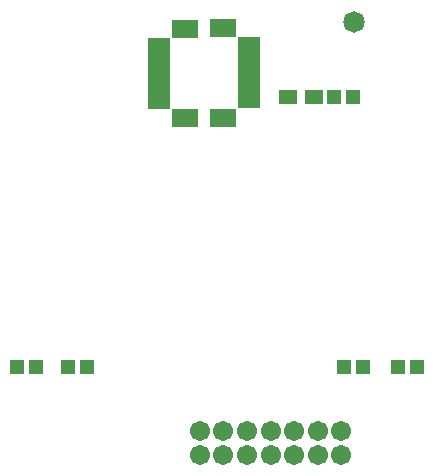
<source format=gts>
G04 #@! TF.FileFunction,Soldermask,Top*
%FSLAX46Y46*%
G04 Gerber Fmt 4.6, Leading zero omitted, Abs format (unit mm)*
G04 Created by KiCad (PCBNEW 4.0.6) date 04/02/17 18:40:34*
%MOMM*%
%LPD*%
G01*
G04 APERTURE LIST*
%ADD10C,0.100000*%
%ADD11R,1.600000X1.300000*%
%ADD12R,1.949400X0.999440*%
%ADD13R,2.198320X1.598880*%
%ADD14C,1.705560*%
%ADD15C,1.822400*%
%ADD16R,1.200000X1.200000*%
G04 APERTURE END LIST*
D10*
D11*
X156676000Y-92213600D03*
X154476000Y-92213600D03*
D12*
X151127460Y-87630000D03*
X151127460Y-88630760D03*
X151127460Y-89631520D03*
X151127460Y-90629740D03*
X151127460Y-91627960D03*
X151127460Y-92628720D03*
D13*
X148904960Y-86332060D03*
X148904960Y-93929200D03*
D12*
X143512540Y-92710000D03*
X143512540Y-91709240D03*
X143512540Y-90708480D03*
X143512540Y-89710260D03*
X143512540Y-88712040D03*
X143512540Y-87711280D03*
D13*
X145735040Y-94007940D03*
X145735040Y-86410800D03*
D14*
X146970000Y-120470000D03*
X146970000Y-122468980D03*
X148968980Y-120470000D03*
X148968980Y-122468980D03*
X150967960Y-120470000D03*
X150967960Y-122468980D03*
X152969480Y-120470000D03*
X152969480Y-122468980D03*
X154968460Y-120470000D03*
X154968460Y-122468980D03*
X156969980Y-120470000D03*
X156969980Y-122468980D03*
X158968960Y-120470000D03*
X158968960Y-122468980D03*
D15*
X160021000Y-85863600D03*
D16*
X131534000Y-115070000D03*
X133134000Y-115070000D03*
X135852000Y-115070000D03*
X137452000Y-115070000D03*
X159220000Y-115070000D03*
X160820000Y-115070000D03*
X163792000Y-115070000D03*
X165392000Y-115070000D03*
X158331000Y-92210000D03*
X159931000Y-92210000D03*
M02*

</source>
